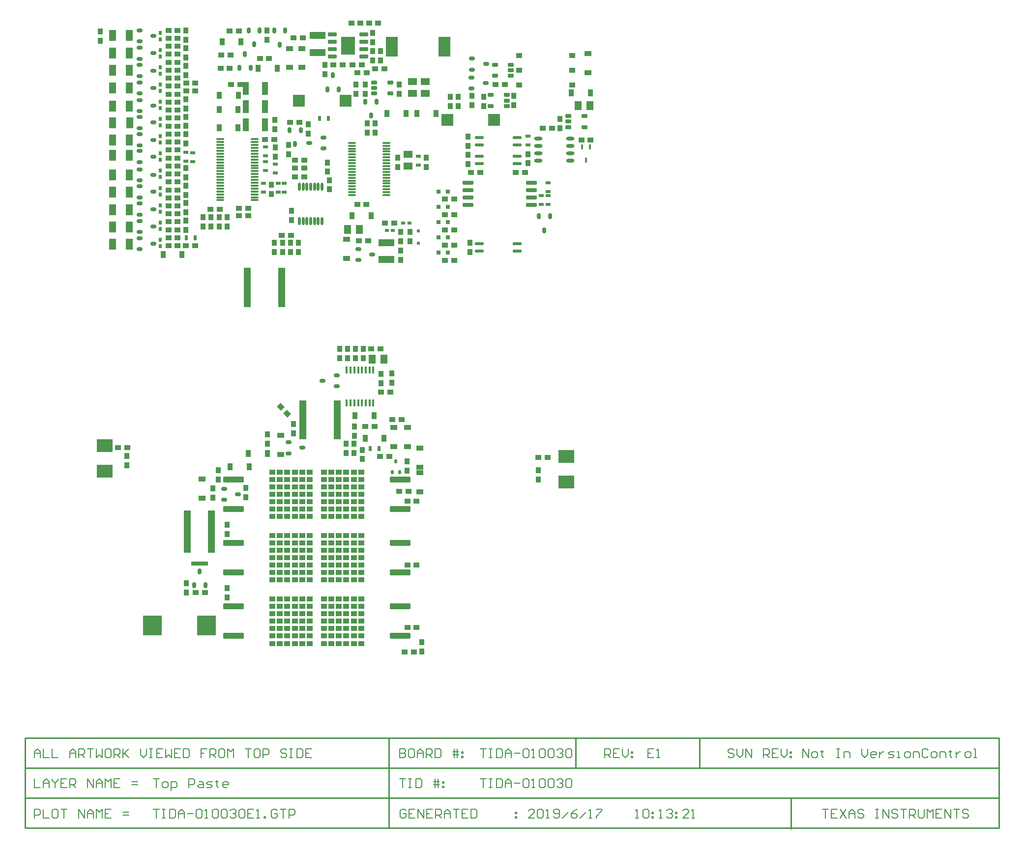
<source format=gtp>
G04 Layer_Color=9021481*
%FSAX25Y25*%
%MOIN*%
G70*
G01*
G75*
G04:AMPARAMS|DCode=10|XSize=15.75mil|YSize=33.47mil|CornerRadius=1.97mil|HoleSize=0mil|Usage=FLASHONLY|Rotation=0.000|XOffset=0mil|YOffset=0mil|HoleType=Round|Shape=RoundedRectangle|*
%AMROUNDEDRECTD10*
21,1,0.01575,0.02953,0,0,0.0*
21,1,0.01181,0.03347,0,0,0.0*
1,1,0.00394,0.00591,-0.01476*
1,1,0.00394,-0.00591,-0.01476*
1,1,0.00394,-0.00591,0.01476*
1,1,0.00394,0.00591,0.01476*
%
%ADD10ROUNDEDRECTD10*%
%ADD11R,0.03937X0.03740*%
%ADD12R,0.03740X0.03937*%
G04:AMPARAMS|DCode=13|XSize=23.62mil|YSize=39.37mil|CornerRadius=5.91mil|HoleSize=0mil|Usage=FLASHONLY|Rotation=0.000|XOffset=0mil|YOffset=0mil|HoleType=Round|Shape=RoundedRectangle|*
%AMROUNDEDRECTD13*
21,1,0.02362,0.02756,0,0,0.0*
21,1,0.01181,0.03937,0,0,0.0*
1,1,0.01181,0.00591,-0.01378*
1,1,0.01181,-0.00591,-0.01378*
1,1,0.01181,-0.00591,0.01378*
1,1,0.01181,0.00591,0.01378*
%
%ADD13ROUNDEDRECTD13*%
G04:AMPARAMS|DCode=14|XSize=23.62mil|YSize=39.37mil|CornerRadius=5.91mil|HoleSize=0mil|Usage=FLASHONLY|Rotation=90.000|XOffset=0mil|YOffset=0mil|HoleType=Round|Shape=RoundedRectangle|*
%AMROUNDEDRECTD14*
21,1,0.02362,0.02756,0,0,90.0*
21,1,0.01181,0.03937,0,0,90.0*
1,1,0.01181,0.01378,0.00591*
1,1,0.01181,0.01378,-0.00591*
1,1,0.01181,-0.01378,-0.00591*
1,1,0.01181,-0.01378,0.00591*
%
%ADD14ROUNDEDRECTD14*%
G04:AMPARAMS|DCode=16|XSize=23.62mil|YSize=57.09mil|CornerRadius=2.01mil|HoleSize=0mil|Usage=FLASHONLY|Rotation=90.000|XOffset=0mil|YOffset=0mil|HoleType=Round|Shape=RoundedRectangle|*
%AMROUNDEDRECTD16*
21,1,0.02362,0.05307,0,0,90.0*
21,1,0.01961,0.05709,0,0,90.0*
1,1,0.00402,0.02653,0.00980*
1,1,0.00402,0.02653,-0.00980*
1,1,0.00402,-0.02653,-0.00980*
1,1,0.00402,-0.02653,0.00980*
%
%ADD16ROUNDEDRECTD16*%
%ADD18O,0.01575X0.04724*%
%ADD19O,0.05709X0.02362*%
G04:AMPARAMS|DCode=20|XSize=23.62mil|YSize=39.37mil|CornerRadius=2.01mil|HoleSize=0mil|Usage=FLASHONLY|Rotation=90.000|XOffset=0mil|YOffset=0mil|HoleType=Round|Shape=RoundedRectangle|*
%AMROUNDEDRECTD20*
21,1,0.02362,0.03535,0,0,90.0*
21,1,0.01961,0.03937,0,0,90.0*
1,1,0.00402,0.01768,0.00980*
1,1,0.00402,0.01768,-0.00980*
1,1,0.00402,-0.01768,-0.00980*
1,1,0.00402,-0.01768,0.00980*
%
%ADD20ROUNDEDRECTD20*%
%ADD21O,0.06299X0.02165*%
%ADD22O,0.01772X0.05512*%
%ADD23O,0.05512X0.01181*%
%ADD24R,0.04409X0.03780*%
%ADD25R,0.07874X0.07874*%
%ADD26R,0.05118X0.13386*%
%ADD27R,0.02000X0.03500*%
%ADD28R,0.03500X0.02000*%
%ADD29R,0.05118X0.07283*%
G04:AMPARAMS|DCode=31|XSize=39.37mil|YSize=137.8mil|CornerRadius=1.97mil|HoleSize=0mil|Usage=FLASHONLY|Rotation=270.000|XOffset=0mil|YOffset=0mil|HoleType=Round|Shape=RoundedRectangle|*
%AMROUNDEDRECTD31*
21,1,0.03937,0.13386,0,0,270.0*
21,1,0.03543,0.13780,0,0,270.0*
1,1,0.00394,-0.06693,-0.01772*
1,1,0.00394,-0.06693,0.01772*
1,1,0.00394,0.06693,0.01772*
1,1,0.00394,0.06693,-0.01772*
%
%ADD31ROUNDEDRECTD31*%
G04:AMPARAMS|DCode=32|XSize=18.5mil|YSize=23.62mil|CornerRadius=1.94mil|HoleSize=0mil|Usage=FLASHONLY|Rotation=0.000|XOffset=0mil|YOffset=0mil|HoleType=Round|Shape=RoundedRectangle|*
%AMROUNDEDRECTD32*
21,1,0.01850,0.01974,0,0,0.0*
21,1,0.01462,0.02362,0,0,0.0*
1,1,0.00389,0.00731,-0.00987*
1,1,0.00389,-0.00731,-0.00987*
1,1,0.00389,-0.00731,0.00987*
1,1,0.00389,0.00731,0.00987*
%
%ADD32ROUNDEDRECTD32*%
%ADD33R,0.07874X0.13780*%
%ADD34R,0.12795X0.13504*%
%ADD35R,0.04724X0.29134*%
%ADD36R,0.11811X0.02953*%
%ADD37R,0.10799X0.08500*%
%ADD38R,0.03602X0.04803*%
%ADD39R,0.04803X0.03602*%
%ADD41R,0.06300X0.05000*%
%ADD42R,0.05000X0.06300*%
G04:AMPARAMS|DCode=43|XSize=23.62mil|YSize=70.87mil|CornerRadius=2.01mil|HoleSize=0mil|Usage=FLASHONLY|Rotation=90.000|XOffset=0mil|YOffset=0mil|HoleType=Round|Shape=RoundedRectangle|*
%AMROUNDEDRECTD43*
21,1,0.02362,0.06685,0,0,90.0*
21,1,0.01961,0.07087,0,0,90.0*
1,1,0.00402,0.03342,0.00980*
1,1,0.00402,0.03342,-0.00980*
1,1,0.00402,-0.03342,-0.00980*
1,1,0.00402,-0.03342,0.00980*
%
%ADD43ROUNDEDRECTD43*%
%ADD44R,0.10630X0.05118*%
%ADD45R,0.04331X0.08661*%
%ADD46R,0.03150X0.03150*%
G04:AMPARAMS|DCode=48|XSize=37.4mil|YSize=39.37mil|CornerRadius=0mil|HoleSize=0mil|Usage=FLASHONLY|Rotation=45.000|XOffset=0mil|YOffset=0mil|HoleType=Round|Shape=Rectangle|*
%AMROTATEDRECTD48*
4,1,4,0.00070,-0.02714,-0.02714,0.00070,-0.00070,0.02714,0.02714,-0.00070,0.00070,-0.02714,0.0*
%
%ADD48ROTATEDRECTD48*%

%ADD49C,0.01000*%
%ADD63C,0.00800*%
G04:AMPARAMS|DCode=97|XSize=94.49mil|YSize=122.05mil|CornerRadius=1.89mil|HoleSize=0mil|Usage=FLASHONLY|Rotation=0.000|XOffset=0mil|YOffset=0mil|HoleType=Round|Shape=RoundedRectangle|*
%AMROUNDEDRECTD97*
21,1,0.09449,0.11827,0,0,0.0*
21,1,0.09071,0.12205,0,0,0.0*
1,1,0.00378,0.04535,-0.05913*
1,1,0.00378,-0.04535,-0.05913*
1,1,0.00378,-0.04535,0.05913*
1,1,0.00378,0.04535,0.05913*
%
%ADD97ROUNDEDRECTD97*%
%ADD98R,0.04252X0.03780*%
%ADD99R,0.01968X0.02756*%
%ADD100R,0.02756X0.01968*%
%ADD101R,0.01968X0.01968*%
G54D10*
X0422859Y0502029D02*
D03*
X0417741D02*
D03*
X0420300Y0493171D02*
D03*
G54D11*
X0273150Y0586300D02*
D03*
X0279450D02*
D03*
X0223050Y0493300D02*
D03*
X0229350D02*
D03*
X0271450Y0463200D02*
D03*
X0265150D02*
D03*
X0171850Y0459900D02*
D03*
X0165550D02*
D03*
X0137151Y0451335D02*
D03*
X0143450D02*
D03*
X0228250Y0576000D02*
D03*
X0221950D02*
D03*
X0185050Y0580700D02*
D03*
X0178750D02*
D03*
X0289050Y0317000D02*
D03*
X0295350D02*
D03*
X0300050Y0268400D02*
D03*
X0293750D02*
D03*
X0280650Y0292100D02*
D03*
X0286950D02*
D03*
X0276850Y0312600D02*
D03*
X0270550D02*
D03*
X0281450Y0335800D02*
D03*
X0287750D02*
D03*
X0274750Y0365100D02*
D03*
X0281050D02*
D03*
X0423450Y0506700D02*
D03*
X0417150D02*
D03*
X0330950Y0466700D02*
D03*
X0324650D02*
D03*
X0330950Y0456325D02*
D03*
X0324650D02*
D03*
X0330950Y0445950D02*
D03*
X0324650D02*
D03*
X0330950Y0435575D02*
D03*
X0324650D02*
D03*
X0330950Y0425200D02*
D03*
X0324650D02*
D03*
X0223050Y0487800D02*
D03*
X0229350D02*
D03*
X0219750Y0518900D02*
D03*
X0226050D02*
D03*
X0290250Y0450400D02*
D03*
X0283950D02*
D03*
X0266352Y0438500D02*
D03*
X0272651D02*
D03*
X0208850Y0507000D02*
D03*
X0202550D02*
D03*
X0179550Y0544400D02*
D03*
X0185850D02*
D03*
X0191350Y0455400D02*
D03*
X0185050D02*
D03*
X0137151Y0581290D02*
D03*
X0143450D02*
D03*
X0137151Y0570461D02*
D03*
X0143450D02*
D03*
X0137151Y0559631D02*
D03*
X0143450D02*
D03*
X0137151Y0548802D02*
D03*
X0143450D02*
D03*
X0137151Y0575876D02*
D03*
X0143450D02*
D03*
X0137151Y0565046D02*
D03*
X0143450D02*
D03*
X0137151Y0554216D02*
D03*
X0143450D02*
D03*
X0137151Y0543387D02*
D03*
X0143450D02*
D03*
X0199150Y0562100D02*
D03*
X0205450D02*
D03*
X0172981Y0564342D02*
D03*
X0179280D02*
D03*
X0172481Y0555642D02*
D03*
X0178780D02*
D03*
X0137151Y0532557D02*
D03*
X0143450D02*
D03*
X0137151Y0521728D02*
D03*
X0143450D02*
D03*
X0137151Y0510898D02*
D03*
X0143450D02*
D03*
X0137151Y0500068D02*
D03*
X0143450D02*
D03*
X0137151Y0537972D02*
D03*
X0143450D02*
D03*
X0137151Y0527142D02*
D03*
X0143450D02*
D03*
X0137151Y0516313D02*
D03*
X0143450D02*
D03*
X0137151Y0505483D02*
D03*
X0143450D02*
D03*
X0137151Y0494654D02*
D03*
X0143450D02*
D03*
X0137151Y0483824D02*
D03*
X0143450D02*
D03*
X0137151Y0472994D02*
D03*
X0143450D02*
D03*
X0137151Y0462165D02*
D03*
X0143450D02*
D03*
X0137151Y0440506D02*
D03*
X0143450D02*
D03*
X0137151Y0489239D02*
D03*
X0143450D02*
D03*
X0137151Y0478409D02*
D03*
X0143450D02*
D03*
X0137151Y0467580D02*
D03*
X0143450D02*
D03*
X0137151Y0456750D02*
D03*
X0143450D02*
D03*
X0137151Y0445920D02*
D03*
X0143450D02*
D03*
X0137151Y0435091D02*
D03*
X0143450D02*
D03*
X0394250Y0291500D02*
D03*
X0387950D02*
D03*
X0303550Y0159600D02*
D03*
X0297250D02*
D03*
X0261150Y0586300D02*
D03*
X0267450D02*
D03*
X0220399Y0442000D02*
D03*
X0214100D02*
D03*
X0378950Y0484700D02*
D03*
X0372650D02*
D03*
X0365350Y0544600D02*
D03*
X0359050D02*
D03*
X0397150Y0514800D02*
D03*
X0390850D02*
D03*
X0342350Y0484700D02*
D03*
X0348650D02*
D03*
X0229350Y0481800D02*
D03*
X0223050D02*
D03*
X0185050Y0460500D02*
D03*
X0191350D02*
D03*
X0149150Y0545500D02*
D03*
X0155450D02*
D03*
X0149150Y0540100D02*
D03*
X0155450D02*
D03*
X0149050Y0435000D02*
D03*
X0155350D02*
D03*
X0283550Y0555300D02*
D03*
X0277250D02*
D03*
X0161950Y0199700D02*
D03*
X0155650D02*
D03*
X0305450Y0176000D02*
D03*
X0299150D02*
D03*
X0305450Y0218600D02*
D03*
X0299150D02*
D03*
X0305450Y0261900D02*
D03*
X0299150D02*
D03*
X0102850Y0298300D02*
D03*
X0109150D02*
D03*
X0255150Y0557900D02*
D03*
X0248850D02*
D03*
X0271550Y0552400D02*
D03*
X0265250D02*
D03*
X0268250Y0557900D02*
D03*
X0261950D02*
D03*
G54D12*
X0218700Y0503550D02*
D03*
Y0497250D02*
D03*
X0275700Y0573050D02*
D03*
Y0579350D02*
D03*
X0264400Y0538150D02*
D03*
Y0544450D02*
D03*
X0176900Y0448050D02*
D03*
Y0454350D02*
D03*
X0160507Y0448050D02*
D03*
Y0454350D02*
D03*
X0171500Y0448050D02*
D03*
Y0454350D02*
D03*
X0166000Y0454350D02*
D03*
Y0448050D02*
D03*
X0204000Y0574850D02*
D03*
Y0581150D02*
D03*
X0243300Y0557750D02*
D03*
Y0551450D02*
D03*
X0225433Y0430850D02*
D03*
Y0437150D02*
D03*
X0209133Y0430850D02*
D03*
Y0437150D02*
D03*
X0268800Y0296650D02*
D03*
Y0290350D02*
D03*
X0299100Y0282450D02*
D03*
Y0288750D02*
D03*
X0263100Y0300850D02*
D03*
Y0294550D02*
D03*
X0263200Y0312550D02*
D03*
Y0306250D02*
D03*
X0167200Y0270550D02*
D03*
Y0264250D02*
D03*
X0288700Y0348350D02*
D03*
Y0342050D02*
D03*
X0189800Y0270850D02*
D03*
Y0264550D02*
D03*
X0204300Y0307250D02*
D03*
Y0300950D02*
D03*
X0269190Y0365094D02*
D03*
Y0358795D02*
D03*
X0263840Y0365094D02*
D03*
Y0358795D02*
D03*
X0258490Y0365094D02*
D03*
Y0358795D02*
D03*
X0253140Y0365094D02*
D03*
Y0358795D02*
D03*
X0380900Y0491000D02*
D03*
Y0497300D02*
D03*
X0340200Y0502800D02*
D03*
Y0509100D02*
D03*
X0340193Y0496700D02*
D03*
Y0490400D02*
D03*
X0333800Y0529750D02*
D03*
Y0536050D02*
D03*
X0328200Y0529750D02*
D03*
Y0536050D02*
D03*
X0277416Y0518009D02*
D03*
Y0511709D02*
D03*
X0271916Y0518009D02*
D03*
Y0511709D02*
D03*
X0311900Y0488650D02*
D03*
Y0494950D02*
D03*
X0246400Y0479650D02*
D03*
Y0473350D02*
D03*
X0244900Y0485350D02*
D03*
Y0491650D02*
D03*
X0231940Y0517453D02*
D03*
Y0511154D02*
D03*
X0209200Y0514150D02*
D03*
Y0520450D02*
D03*
X0294800Y0425450D02*
D03*
Y0431750D02*
D03*
X0294600Y0444450D02*
D03*
Y0438150D02*
D03*
X0300900Y0438250D02*
D03*
Y0444550D02*
D03*
X0091100Y0574250D02*
D03*
Y0580550D02*
D03*
X0388000Y0282950D02*
D03*
Y0276650D02*
D03*
X0309100Y0166050D02*
D03*
Y0159750D02*
D03*
X0220000Y0430850D02*
D03*
Y0437150D02*
D03*
X0214560Y0437150D02*
D03*
Y0430850D02*
D03*
X0257600Y0294550D02*
D03*
Y0300850D02*
D03*
X0281190Y0348271D02*
D03*
Y0341971D02*
D03*
X0220600Y0458950D02*
D03*
Y0452650D02*
D03*
X0270777Y0538114D02*
D03*
Y0544413D02*
D03*
X0292700Y0494795D02*
D03*
Y0488495D02*
D03*
X0293600Y0538114D02*
D03*
Y0544413D02*
D03*
X0206900Y0476450D02*
D03*
Y0470150D02*
D03*
X0209600Y0501750D02*
D03*
Y0495450D02*
D03*
X0149100Y0581250D02*
D03*
Y0574950D02*
D03*
Y0569250D02*
D03*
Y0562950D02*
D03*
X0149000Y0557250D02*
D03*
Y0550950D02*
D03*
Y0534550D02*
D03*
Y0528250D02*
D03*
Y0522650D02*
D03*
Y0516350D02*
D03*
Y0510750D02*
D03*
Y0504450D02*
D03*
Y0487950D02*
D03*
Y0481650D02*
D03*
Y0475950D02*
D03*
Y0469650D02*
D03*
Y0464050D02*
D03*
Y0457750D02*
D03*
Y0452250D02*
D03*
Y0445950D02*
D03*
X0351100Y0529750D02*
D03*
Y0536050D02*
D03*
X0371300Y0530450D02*
D03*
Y0536750D02*
D03*
X0402800Y0521250D02*
D03*
Y0514950D02*
D03*
X0343100Y0530450D02*
D03*
Y0536750D02*
D03*
X0341700Y0437050D02*
D03*
Y0430750D02*
D03*
X0275700Y0567200D02*
D03*
Y0560901D02*
D03*
X0149400Y0206150D02*
D03*
Y0199850D02*
D03*
X0281100Y0560901D02*
D03*
Y0567200D02*
D03*
X0177100Y0239550D02*
D03*
Y0245850D02*
D03*
X0170900Y0276650D02*
D03*
Y0282950D02*
D03*
X0177100Y0196550D02*
D03*
Y0202850D02*
D03*
X0109100Y0292550D02*
D03*
Y0286250D02*
D03*
X0221900Y0314150D02*
D03*
Y0307850D02*
D03*
G54D13*
X0274500Y0523376D02*
D03*
X0270760Y0532824D02*
D03*
X0278240D02*
D03*
X0392100Y0445576D02*
D03*
X0388360Y0455024D02*
D03*
X0395840D02*
D03*
X0212600Y0571576D02*
D03*
X0208860Y0581024D02*
D03*
X0216340D02*
D03*
X0195300Y0571676D02*
D03*
X0191560Y0581124D02*
D03*
X0199040D02*
D03*
X0158400Y0214324D02*
D03*
X0162140Y0204876D02*
D03*
X0154660D02*
D03*
X0223100Y0504076D02*
D03*
X0219360Y0513524D02*
D03*
X0226840D02*
D03*
X0189131Y0565267D02*
D03*
X0192871Y0555818D02*
D03*
X0185390D02*
D03*
X0245060Y0541276D02*
D03*
X0252540D02*
D03*
X0248800Y0550724D02*
D03*
G54D14*
X0127049Y0448215D02*
D03*
X0117600Y0444475D02*
D03*
Y0451955D02*
D03*
X0227924Y0298000D02*
D03*
X0218476Y0294260D02*
D03*
Y0301740D02*
D03*
X0184424Y0266500D02*
D03*
X0174976Y0262760D02*
D03*
Y0270240D02*
D03*
X0352224Y0545500D02*
D03*
X0342776Y0541760D02*
D03*
Y0549240D02*
D03*
X0232776Y0504900D02*
D03*
X0242224Y0508640D02*
D03*
Y0501160D02*
D03*
X0275326Y0429100D02*
D03*
X0265877Y0425360D02*
D03*
Y0432840D02*
D03*
X0127049Y0577440D02*
D03*
X0117600Y0573700D02*
D03*
Y0581180D02*
D03*
X0127049Y0565692D02*
D03*
X0117600Y0561952D02*
D03*
Y0569432D02*
D03*
X0127049Y0553945D02*
D03*
X0117600Y0550205D02*
D03*
Y0557685D02*
D03*
X0127049Y0542197D02*
D03*
X0117600Y0538457D02*
D03*
Y0545937D02*
D03*
X0127024Y0530100D02*
D03*
X0117576Y0526360D02*
D03*
Y0533840D02*
D03*
X0127049Y0518701D02*
D03*
X0117600Y0514961D02*
D03*
Y0522441D02*
D03*
X0127049Y0506954D02*
D03*
X0117600Y0503213D02*
D03*
Y0510694D02*
D03*
X0127024Y0495600D02*
D03*
X0117576Y0491860D02*
D03*
Y0499340D02*
D03*
X0127024Y0483100D02*
D03*
X0117576Y0479360D02*
D03*
Y0486840D02*
D03*
X0127049Y0471710D02*
D03*
X0117600Y0467970D02*
D03*
Y0475451D02*
D03*
X0127049Y0459963D02*
D03*
X0117600Y0456222D02*
D03*
Y0463703D02*
D03*
X0127049Y0436467D02*
D03*
X0117600Y0432727D02*
D03*
Y0440207D02*
D03*
X0352524Y0558400D02*
D03*
X0343076Y0554660D02*
D03*
Y0562140D02*
D03*
X0241776Y0343500D02*
D03*
X0251224Y0347240D02*
D03*
Y0339760D02*
D03*
G54D16*
X0269628Y0563400D02*
D03*
Y0568400D02*
D03*
Y0573400D02*
D03*
Y0578400D02*
D03*
X0248172Y0563400D02*
D03*
Y0568400D02*
D03*
Y0573400D02*
D03*
Y0578400D02*
D03*
G54D18*
X0258133Y0328500D02*
D03*
X0260692D02*
D03*
X0263251D02*
D03*
X0265810D02*
D03*
X0268369D02*
D03*
X0270928D02*
D03*
X0273487D02*
D03*
X0276046D02*
D03*
X0258133Y0350941D02*
D03*
X0260692D02*
D03*
X0263251D02*
D03*
X0265810D02*
D03*
X0268369D02*
D03*
X0270928D02*
D03*
X0273487D02*
D03*
X0276046D02*
D03*
G54D19*
X0388072Y0507900D02*
D03*
Y0502900D02*
D03*
Y0497900D02*
D03*
Y0492900D02*
D03*
X0409528Y0507900D02*
D03*
Y0502900D02*
D03*
Y0497900D02*
D03*
Y0492900D02*
D03*
G54D20*
X0408387Y0523140D02*
D03*
Y0519400D02*
D03*
Y0515660D02*
D03*
X0419213D02*
D03*
Y0523140D02*
D03*
X0369345Y0550460D02*
D03*
Y0554200D02*
D03*
Y0557940D02*
D03*
X0358518D02*
D03*
Y0550460D02*
D03*
X0287627Y0545840D02*
D03*
Y0538360D02*
D03*
X0276800D02*
D03*
Y0542100D02*
D03*
Y0545840D02*
D03*
X0366613Y0529860D02*
D03*
Y0533600D02*
D03*
Y0537340D02*
D03*
X0355787D02*
D03*
Y0529860D02*
D03*
G54D21*
X0373495Y0503550D02*
D03*
Y0508550D02*
D03*
X0347905Y0503550D02*
D03*
Y0508550D02*
D03*
Y0495800D02*
D03*
Y0490800D02*
D03*
X0373495Y0495800D02*
D03*
Y0490800D02*
D03*
X0347905Y0436400D02*
D03*
Y0431400D02*
D03*
X0373495Y0436400D02*
D03*
Y0431400D02*
D03*
G54D22*
X0241317Y0475217D02*
D03*
X0238758D02*
D03*
X0236199D02*
D03*
X0233640D02*
D03*
X0231081D02*
D03*
X0228522D02*
D03*
X0225963D02*
D03*
X0241317Y0451989D02*
D03*
X0238758D02*
D03*
X0236199D02*
D03*
X0233640D02*
D03*
X0231081D02*
D03*
X0228522D02*
D03*
X0225963D02*
D03*
G54D23*
X0285014Y0469484D02*
D03*
Y0471452D02*
D03*
Y0473420D02*
D03*
Y0475389D02*
D03*
Y0477357D02*
D03*
Y0479326D02*
D03*
Y0481294D02*
D03*
Y0483263D02*
D03*
Y0485231D02*
D03*
Y0487200D02*
D03*
Y0489169D02*
D03*
Y0491137D02*
D03*
Y0493106D02*
D03*
Y0495074D02*
D03*
Y0497043D02*
D03*
Y0499011D02*
D03*
Y0500980D02*
D03*
Y0502948D02*
D03*
Y0504916D02*
D03*
X0261786Y0469484D02*
D03*
Y0471452D02*
D03*
Y0473420D02*
D03*
Y0475389D02*
D03*
Y0477357D02*
D03*
Y0479326D02*
D03*
Y0481294D02*
D03*
Y0483263D02*
D03*
Y0485231D02*
D03*
Y0487200D02*
D03*
Y0489169D02*
D03*
Y0491137D02*
D03*
Y0493106D02*
D03*
Y0495074D02*
D03*
Y0497043D02*
D03*
Y0499011D02*
D03*
Y0500980D02*
D03*
Y0502948D02*
D03*
Y0504916D02*
D03*
X0172369Y0507356D02*
D03*
Y0505388D02*
D03*
Y0503419D02*
D03*
Y0501451D02*
D03*
Y0499482D02*
D03*
Y0497514D02*
D03*
Y0495545D02*
D03*
Y0493577D02*
D03*
Y0491608D02*
D03*
Y0489640D02*
D03*
Y0487671D02*
D03*
Y0485703D02*
D03*
Y0483734D02*
D03*
Y0481766D02*
D03*
Y0479797D02*
D03*
Y0477829D02*
D03*
Y0475860D02*
D03*
Y0473892D02*
D03*
Y0471923D02*
D03*
Y0469955D02*
D03*
Y0467986D02*
D03*
Y0466018D02*
D03*
X0195598Y0507356D02*
D03*
Y0505388D02*
D03*
Y0503419D02*
D03*
Y0501451D02*
D03*
Y0499482D02*
D03*
Y0497514D02*
D03*
Y0495545D02*
D03*
Y0493577D02*
D03*
Y0491608D02*
D03*
Y0489640D02*
D03*
Y0487671D02*
D03*
Y0485703D02*
D03*
Y0483734D02*
D03*
Y0481766D02*
D03*
Y0479797D02*
D03*
Y0477829D02*
D03*
Y0475860D02*
D03*
Y0473892D02*
D03*
Y0471923D02*
D03*
Y0469955D02*
D03*
Y0467986D02*
D03*
Y0466018D02*
D03*
G54D24*
X0375039Y0564100D02*
D03*
Y0554100D02*
D03*
Y0544100D02*
D03*
X0411024D02*
D03*
Y0554100D02*
D03*
Y0564100D02*
D03*
G54D25*
X0225652Y0533400D02*
D03*
X0257148D02*
D03*
X0326352Y0520400D02*
D03*
X0357848D02*
D03*
G54D26*
X0251614Y0323600D02*
D03*
X0228386D02*
D03*
X0251614Y0310400D02*
D03*
X0228386D02*
D03*
X0190786Y0413500D02*
D03*
X0214014D02*
D03*
X0190786Y0400100D02*
D03*
X0214014D02*
D03*
G54D27*
X0274000Y0297500D02*
D03*
X0280000D02*
D03*
X0155200Y0440400D02*
D03*
X0149200D02*
D03*
X0239600Y0521400D02*
D03*
X0245600D02*
D03*
G54D28*
X0394800Y0471700D02*
D03*
Y0477700D02*
D03*
Y0463100D02*
D03*
Y0469100D02*
D03*
X0380900Y0509350D02*
D03*
Y0503350D02*
D03*
X0390000Y0469200D02*
D03*
Y0463200D02*
D03*
X0209600Y0484400D02*
D03*
Y0490400D02*
D03*
X0203000Y0492000D02*
D03*
Y0486000D02*
D03*
X0202900Y0502200D02*
D03*
Y0496200D02*
D03*
X0201700Y0477500D02*
D03*
Y0471500D02*
D03*
X0215700D02*
D03*
Y0477500D02*
D03*
X0153600Y0492000D02*
D03*
Y0498000D02*
D03*
X0149000Y0492500D02*
D03*
Y0498500D02*
D03*
X0211500Y0471500D02*
D03*
Y0477500D02*
D03*
X0306500Y0495900D02*
D03*
Y0489900D02*
D03*
G54D29*
X0099382Y0577700D02*
D03*
X0110800D02*
D03*
X0099382Y0565892D02*
D03*
X0110800D02*
D03*
X0099382Y0554083D02*
D03*
X0110800D02*
D03*
X0099382Y0542275D02*
D03*
X0110800D02*
D03*
X0099291Y0529700D02*
D03*
X0110709D02*
D03*
X0099391Y0518400D02*
D03*
X0110809D02*
D03*
X0099382Y0506850D02*
D03*
X0110800D02*
D03*
X0099382Y0496342D02*
D03*
X0110800D02*
D03*
X0099382Y0483233D02*
D03*
X0110800D02*
D03*
X0099382Y0471425D02*
D03*
X0110800D02*
D03*
X0099382Y0459617D02*
D03*
X0110800D02*
D03*
X0099382Y0447808D02*
D03*
X0110800D02*
D03*
X0099382Y0436000D02*
D03*
X0110800D02*
D03*
G54D31*
X0294234Y0276521D02*
D03*
Y0256521D02*
D03*
Y0233471D02*
D03*
Y0213471D02*
D03*
Y0190421D02*
D03*
Y0170421D02*
D03*
X0181309Y0256521D02*
D03*
Y0276521D02*
D03*
Y0213471D02*
D03*
Y0233471D02*
D03*
Y0170421D02*
D03*
Y0190421D02*
D03*
G54D32*
X0291400Y0288940D02*
D03*
X0293959Y0281460D02*
D03*
X0288841D02*
D03*
G54D33*
X0288784Y0570100D02*
D03*
X0324217D02*
D03*
G54D34*
X0126295Y0177600D02*
D03*
X0163105D02*
D03*
G54D35*
X0150129Y0241300D02*
D03*
X0166271D02*
D03*
G54D36*
X0158200Y0219351D02*
D03*
G54D37*
X0407000Y0274699D02*
D03*
Y0292101D02*
D03*
X0094100Y0299601D02*
D03*
Y0282199D02*
D03*
G54D38*
X0173553Y0573600D02*
D03*
X0186447D02*
D03*
X0270553Y0304600D02*
D03*
X0283447D02*
D03*
X0276647Y0319800D02*
D03*
X0263753D02*
D03*
X0261653Y0455659D02*
D03*
X0274547D02*
D03*
X0178953Y0285000D02*
D03*
X0191847D02*
D03*
X0191453Y0294300D02*
D03*
X0204347D02*
D03*
X0423147Y0538700D02*
D03*
X0410253D02*
D03*
X0298247Y0524700D02*
D03*
X0285353D02*
D03*
X0305653D02*
D03*
X0318547D02*
D03*
X0184447Y0515100D02*
D03*
X0171553D02*
D03*
X0184447Y0527500D02*
D03*
X0171553D02*
D03*
X0184647Y0537100D02*
D03*
X0171753D02*
D03*
X0210847Y0555600D02*
D03*
X0197953D02*
D03*
X0146447Y0429300D02*
D03*
X0133553D02*
D03*
G54D39*
X0307600Y0297747D02*
D03*
Y0284853D02*
D03*
X0299200Y0298854D02*
D03*
Y0311748D02*
D03*
X0307600Y0268153D02*
D03*
Y0281047D02*
D03*
X0290000Y0298853D02*
D03*
Y0311747D02*
D03*
X0160100Y0276747D02*
D03*
Y0263853D02*
D03*
X0421800Y0552653D02*
D03*
Y0565547D02*
D03*
X0258102Y0426653D02*
D03*
Y0439547D02*
D03*
X0213400Y0293553D02*
D03*
Y0306447D02*
D03*
X0227700Y0556053D02*
D03*
Y0568947D02*
D03*
X0219400Y0556053D02*
D03*
Y0568947D02*
D03*
G54D41*
X0311400Y0546400D02*
D03*
Y0538400D02*
D03*
X0302700Y0546400D02*
D03*
Y0538400D02*
D03*
X0299600Y0489045D02*
D03*
Y0497045D02*
D03*
G54D42*
X0275290Y0358121D02*
D03*
X0283290D02*
D03*
X0415100Y0530000D02*
D03*
X0423100D02*
D03*
X0266500Y0446200D02*
D03*
X0258500D02*
D03*
G54D43*
X0383257Y0462900D02*
D03*
Y0467900D02*
D03*
Y0472900D02*
D03*
Y0477900D02*
D03*
X0340343Y0462900D02*
D03*
Y0467900D02*
D03*
Y0472900D02*
D03*
Y0477900D02*
D03*
G54D44*
X0238300Y0566291D02*
D03*
Y0577709D02*
D03*
X0285102Y0437209D02*
D03*
Y0425791D02*
D03*
G54D45*
X0189704Y0541700D02*
D03*
X0202696D02*
D03*
X0189704Y0517100D02*
D03*
X0202696D02*
D03*
X0189704Y0529400D02*
D03*
X0202696D02*
D03*
G54D46*
X0326650Y0430500D02*
D03*
X0320350D02*
D03*
X0326650Y0440850D02*
D03*
X0320350D02*
D03*
X0326650Y0451200D02*
D03*
X0320350D02*
D03*
X0326650Y0461550D02*
D03*
X0320350D02*
D03*
X0326650Y0471900D02*
D03*
X0320350D02*
D03*
G54D48*
X0217727Y0321273D02*
D03*
X0213273Y0325727D02*
D03*
G54D49*
X0559400Y0039400D02*
Y0059683D01*
X0440500Y0040050D02*
X0700200D01*
Y0101050D01*
X0286500Y0040050D02*
Y0101050D01*
X0040000Y0040050D02*
Y0101050D01*
X0040050Y0040050D02*
X0197600D01*
X0040050D02*
Y0101050D01*
Y0101050D02*
X0700200D01*
X0040000Y0040050D02*
X0440500D01*
X0040000Y0060383D02*
X0700000D01*
X0040000Y0080717D02*
X0700200D01*
X0413200D02*
Y0101050D01*
X0497200Y0080717D02*
Y0101050D01*
G54D63*
X0126900Y0073549D02*
X0130899D01*
X0128899D01*
Y0067551D01*
X0133898D02*
X0135897D01*
X0136897Y0068550D01*
Y0070550D01*
X0135897Y0071549D01*
X0133898D01*
X0132898Y0070550D01*
Y0068550D01*
X0133898Y0067551D01*
X0138896Y0065551D02*
Y0071549D01*
X0141895D01*
X0142895Y0070550D01*
Y0068550D01*
X0141895Y0067551D01*
X0138896D01*
X0150892D02*
Y0073549D01*
X0153891D01*
X0154891Y0072549D01*
Y0070550D01*
X0153891Y0069550D01*
X0150892D01*
X0157890Y0071549D02*
X0159889D01*
X0160889Y0070550D01*
Y0067551D01*
X0157890D01*
X0156890Y0068550D01*
X0157890Y0069550D01*
X0160889D01*
X0162888Y0067551D02*
X0165887D01*
X0166887Y0068550D01*
X0165887Y0069550D01*
X0163888D01*
X0162888Y0070550D01*
X0163888Y0071549D01*
X0166887D01*
X0169886Y0072549D02*
Y0071549D01*
X0168886D01*
X0170886D01*
X0169886D01*
Y0068550D01*
X0170886Y0067551D01*
X0176884D02*
X0174884D01*
X0173885Y0068550D01*
Y0070550D01*
X0174884Y0071549D01*
X0176884D01*
X0177884Y0070550D01*
Y0069550D01*
X0173885D01*
X0348550Y0073498D02*
X0352549D01*
X0350549D01*
Y0067500D01*
X0354548Y0073498D02*
X0356547D01*
X0355548D01*
Y0067500D01*
X0354548D01*
X0356547D01*
X0359546Y0073498D02*
Y0067500D01*
X0362545D01*
X0363545Y0068500D01*
Y0072498D01*
X0362545Y0073498D01*
X0359546D01*
X0365545Y0067500D02*
Y0071499D01*
X0367544Y0073498D01*
X0369543Y0071499D01*
Y0067500D01*
Y0070499D01*
X0365545D01*
X0371543D02*
X0375541D01*
X0377541Y0072498D02*
X0378540Y0073498D01*
X0380540D01*
X0381539Y0072498D01*
Y0068500D01*
X0380540Y0067500D01*
X0378540D01*
X0377541Y0068500D01*
Y0072498D01*
X0383539Y0067500D02*
X0385538D01*
X0384538D01*
Y0073498D01*
X0383539Y0072498D01*
X0388537D02*
X0389537Y0073498D01*
X0391536D01*
X0392536Y0072498D01*
Y0068500D01*
X0391536Y0067500D01*
X0389537D01*
X0388537Y0068500D01*
Y0072498D01*
X0394535D02*
X0395535Y0073498D01*
X0397534D01*
X0398534Y0072498D01*
Y0068500D01*
X0397534Y0067500D01*
X0395535D01*
X0394535Y0068500D01*
Y0072498D01*
X0400533D02*
X0401533Y0073498D01*
X0403532D01*
X0404532Y0072498D01*
Y0071499D01*
X0403532Y0070499D01*
X0402532D01*
X0403532D01*
X0404532Y0069499D01*
Y0068500D01*
X0403532Y0067500D01*
X0401533D01*
X0400533Y0068500D01*
X0406531Y0072498D02*
X0407531Y0073498D01*
X0409530D01*
X0410530Y0072498D01*
Y0068500D01*
X0409530Y0067500D01*
X0407531D01*
X0406531Y0068500D01*
Y0072498D01*
X0294000Y0073498D02*
X0297999D01*
X0295999D01*
Y0067500D01*
X0299998Y0073498D02*
X0301997D01*
X0300998D01*
Y0067500D01*
X0299998D01*
X0301997D01*
X0304996Y0073498D02*
Y0067500D01*
X0307996D01*
X0308995Y0068500D01*
Y0072498D01*
X0307996Y0073498D01*
X0304996D01*
X0317992Y0067500D02*
Y0073498D01*
X0319992D02*
Y0067500D01*
X0316993Y0071499D02*
X0319992D01*
X0320991D01*
X0316993Y0069499D02*
X0320991D01*
X0322991Y0071499D02*
X0323990D01*
Y0070499D01*
X0322991D01*
Y0071499D01*
Y0068500D02*
X0323990D01*
Y0067500D01*
X0322991D01*
Y0068500D01*
X0580500Y0052965D02*
X0584499D01*
X0582499D01*
Y0046966D01*
X0590497Y0052965D02*
X0586498D01*
Y0046966D01*
X0590497D01*
X0586498Y0049966D02*
X0588497D01*
X0592496Y0052965D02*
X0596495Y0046966D01*
Y0052965D02*
X0592496Y0046966D01*
X0598494D02*
Y0050965D01*
X0600493Y0052965D01*
X0602493Y0050965D01*
Y0046966D01*
Y0049966D01*
X0598494D01*
X0608491Y0051965D02*
X0607491Y0052965D01*
X0605492D01*
X0604492Y0051965D01*
Y0050965D01*
X0605492Y0049966D01*
X0607491D01*
X0608491Y0048966D01*
Y0047966D01*
X0607491Y0046966D01*
X0605492D01*
X0604492Y0047966D01*
X0616488Y0052965D02*
X0618488D01*
X0617488D01*
Y0046966D01*
X0616488D01*
X0618488D01*
X0621487D02*
Y0052965D01*
X0625486Y0046966D01*
Y0052965D01*
X0631484Y0051965D02*
X0630484Y0052965D01*
X0628484D01*
X0627485Y0051965D01*
Y0050965D01*
X0628484Y0049966D01*
X0630484D01*
X0631484Y0048966D01*
Y0047966D01*
X0630484Y0046966D01*
X0628484D01*
X0627485Y0047966D01*
X0633483Y0052965D02*
X0637482D01*
X0635482D01*
Y0046966D01*
X0639481D02*
Y0052965D01*
X0642480D01*
X0643480Y0051965D01*
Y0049966D01*
X0642480Y0048966D01*
X0639481D01*
X0641480D02*
X0643480Y0046966D01*
X0645479Y0052965D02*
Y0047966D01*
X0646479Y0046966D01*
X0648478D01*
X0649478Y0047966D01*
Y0052965D01*
X0651477Y0046966D02*
Y0052965D01*
X0653476Y0050965D01*
X0655476Y0052965D01*
Y0046966D01*
X0661474Y0052965D02*
X0657475D01*
Y0046966D01*
X0661474D01*
X0657475Y0049966D02*
X0659474D01*
X0663473Y0046966D02*
Y0052965D01*
X0667472Y0046966D01*
Y0052965D01*
X0669471D02*
X0673470D01*
X0671471D01*
Y0046966D01*
X0679468Y0051965D02*
X0678468Y0052965D01*
X0676469D01*
X0675469Y0051965D01*
Y0050965D01*
X0676469Y0049966D01*
X0678468D01*
X0679468Y0048966D01*
Y0047966D01*
X0678468Y0046966D01*
X0676469D01*
X0675469Y0047966D01*
X0454050Y0046966D02*
X0456049D01*
X0455050D01*
Y0052965D01*
X0454050Y0051965D01*
X0459048D02*
X0460048Y0052965D01*
X0462047D01*
X0463047Y0051965D01*
Y0047966D01*
X0462047Y0046966D01*
X0460048D01*
X0459048Y0047966D01*
Y0051965D01*
X0465046Y0050965D02*
X0466046D01*
Y0049966D01*
X0465046D01*
Y0050965D01*
Y0047966D02*
X0466046D01*
Y0046966D01*
X0465046D01*
Y0047966D01*
X0470045Y0046966D02*
X0472044D01*
X0471044D01*
Y0052965D01*
X0470045Y0051965D01*
X0475043D02*
X0476043Y0052965D01*
X0478042D01*
X0479042Y0051965D01*
Y0050965D01*
X0478042Y0049966D01*
X0477043D01*
X0478042D01*
X0479042Y0048966D01*
Y0047966D01*
X0478042Y0046966D01*
X0476043D01*
X0475043Y0047966D01*
X0481041Y0050965D02*
X0482041D01*
Y0049966D01*
X0481041D01*
Y0050965D01*
Y0047966D02*
X0482041D01*
Y0046966D01*
X0481041D01*
Y0047966D01*
X0490038Y0046966D02*
X0486040D01*
X0490038Y0050965D01*
Y0051965D01*
X0489039Y0052965D01*
X0487039D01*
X0486040Y0051965D01*
X0492038Y0046966D02*
X0494037D01*
X0493037D01*
Y0052965D01*
X0492038Y0051965D01*
X0046350Y0046966D02*
Y0052965D01*
X0049349D01*
X0050349Y0051965D01*
Y0049966D01*
X0049349Y0048966D01*
X0046350D01*
X0052348Y0052965D02*
Y0046966D01*
X0056347D01*
X0061345Y0052965D02*
X0059346D01*
X0058346Y0051965D01*
Y0047966D01*
X0059346Y0046966D01*
X0061345D01*
X0062345Y0047966D01*
Y0051965D01*
X0061345Y0052965D01*
X0064344D02*
X0068343D01*
X0066343D01*
Y0046966D01*
X0076340D02*
Y0052965D01*
X0080339Y0046966D01*
Y0052965D01*
X0082338Y0046966D02*
Y0050965D01*
X0084338Y0052965D01*
X0086337Y0050965D01*
Y0046966D01*
Y0049966D01*
X0082338D01*
X0088336Y0046966D02*
Y0052965D01*
X0090336Y0050965D01*
X0092335Y0052965D01*
Y0046966D01*
X0098333Y0052965D02*
X0094335D01*
Y0046966D01*
X0098333D01*
X0094335Y0049966D02*
X0096334D01*
X0106331Y0048966D02*
X0110329D01*
X0106331Y0050965D02*
X0110329D01*
X0046350Y0073549D02*
Y0067551D01*
X0050349D01*
X0052348D02*
Y0071549D01*
X0054347Y0073549D01*
X0056347Y0071549D01*
Y0067551D01*
Y0070550D01*
X0052348D01*
X0058346Y0073549D02*
Y0072549D01*
X0060346Y0070550D01*
X0062345Y0072549D01*
Y0073549D01*
X0060346Y0070550D02*
Y0067551D01*
X0068343Y0073549D02*
X0064344D01*
Y0067551D01*
X0068343D01*
X0064344Y0070550D02*
X0066343D01*
X0070342Y0067551D02*
Y0073549D01*
X0073341D01*
X0074341Y0072549D01*
Y0070550D01*
X0073341Y0069550D01*
X0070342D01*
X0072342D02*
X0074341Y0067551D01*
X0082338D02*
Y0073549D01*
X0086337Y0067551D01*
Y0073549D01*
X0088336Y0067551D02*
Y0071549D01*
X0090336Y0073549D01*
X0092335Y0071549D01*
Y0067551D01*
Y0070550D01*
X0088336D01*
X0094335Y0067551D02*
Y0073549D01*
X0096334Y0071549D01*
X0098333Y0073549D01*
Y0067551D01*
X0104331Y0073549D02*
X0100332D01*
Y0067551D01*
X0104331D01*
X0100332Y0070550D02*
X0102332D01*
X0112329Y0069550D02*
X0116327D01*
X0112329Y0071549D02*
X0116327D01*
X0294000Y0093831D02*
Y0087833D01*
X0296999D01*
X0297999Y0088833D01*
Y0089833D01*
X0296999Y0090832D01*
X0294000D01*
X0296999D01*
X0297999Y0091832D01*
Y0092832D01*
X0296999Y0093831D01*
X0294000D01*
X0302997D02*
X0300998D01*
X0299998Y0092832D01*
Y0088833D01*
X0300998Y0087833D01*
X0302997D01*
X0303997Y0088833D01*
Y0092832D01*
X0302997Y0093831D01*
X0305996Y0087833D02*
Y0091832D01*
X0307996Y0093831D01*
X0309995Y0091832D01*
Y0087833D01*
Y0090832D01*
X0305996D01*
X0311994Y0087833D02*
Y0093831D01*
X0314993D01*
X0315993Y0092832D01*
Y0090832D01*
X0314993Y0089833D01*
X0311994D01*
X0313994D02*
X0315993Y0087833D01*
X0317992Y0093831D02*
Y0087833D01*
X0320991D01*
X0321991Y0088833D01*
Y0092832D01*
X0320991Y0093831D01*
X0317992D01*
X0330988Y0087833D02*
Y0093831D01*
X0332987D02*
Y0087833D01*
X0329988Y0091832D02*
X0332987D01*
X0333987D01*
X0329988Y0089833D02*
X0333987D01*
X0335986Y0091832D02*
X0336986D01*
Y0090832D01*
X0335986D01*
Y0091832D01*
Y0088833D02*
X0336986D01*
Y0087833D01*
X0335986D01*
Y0088833D01*
X0348550Y0093831D02*
X0352549D01*
X0350549D01*
Y0087833D01*
X0354548Y0093831D02*
X0356547D01*
X0355548D01*
Y0087833D01*
X0354548D01*
X0356547D01*
X0359546Y0093831D02*
Y0087833D01*
X0362545D01*
X0363545Y0088833D01*
Y0092832D01*
X0362545Y0093831D01*
X0359546D01*
X0365545Y0087833D02*
Y0091832D01*
X0367544Y0093831D01*
X0369543Y0091832D01*
Y0087833D01*
Y0090832D01*
X0365545D01*
X0371543D02*
X0375541D01*
X0377541Y0092832D02*
X0378540Y0093831D01*
X0380540D01*
X0381539Y0092832D01*
Y0088833D01*
X0380540Y0087833D01*
X0378540D01*
X0377541Y0088833D01*
Y0092832D01*
X0383539Y0087833D02*
X0385538D01*
X0384538D01*
Y0093831D01*
X0383539Y0092832D01*
X0388537D02*
X0389537Y0093831D01*
X0391536D01*
X0392536Y0092832D01*
Y0088833D01*
X0391536Y0087833D01*
X0389537D01*
X0388537Y0088833D01*
Y0092832D01*
X0394535D02*
X0395535Y0093831D01*
X0397534D01*
X0398534Y0092832D01*
Y0088833D01*
X0397534Y0087833D01*
X0395535D01*
X0394535Y0088833D01*
Y0092832D01*
X0400533D02*
X0401533Y0093831D01*
X0403532D01*
X0404532Y0092832D01*
Y0091832D01*
X0403532Y0090832D01*
X0402532D01*
X0403532D01*
X0404532Y0089833D01*
Y0088833D01*
X0403532Y0087833D01*
X0401533D01*
X0400533Y0088833D01*
X0406531Y0092832D02*
X0407531Y0093831D01*
X0409530D01*
X0410530Y0092832D01*
Y0088833D01*
X0409530Y0087833D01*
X0407531D01*
X0406531Y0088833D01*
Y0092832D01*
X0466149Y0093831D02*
X0462150D01*
Y0087833D01*
X0466149D01*
X0462150Y0090832D02*
X0464149D01*
X0468148Y0087833D02*
X0470147D01*
X0469148D01*
Y0093831D01*
X0468148Y0092832D01*
X0046350Y0087833D02*
Y0091832D01*
X0048349Y0093831D01*
X0050349Y0091832D01*
Y0087833D01*
Y0090832D01*
X0046350D01*
X0052348Y0093831D02*
Y0087833D01*
X0056347D01*
X0058346Y0093831D02*
Y0087833D01*
X0062345D01*
X0070342D02*
Y0091832D01*
X0072342Y0093831D01*
X0074341Y0091832D01*
Y0087833D01*
Y0090832D01*
X0070342D01*
X0076340Y0087833D02*
Y0093831D01*
X0079339D01*
X0080339Y0092832D01*
Y0090832D01*
X0079339Y0089833D01*
X0076340D01*
X0078340D02*
X0080339Y0087833D01*
X0082338Y0093831D02*
X0086337D01*
X0084338D01*
Y0087833D01*
X0088336Y0093831D02*
Y0087833D01*
X0090336Y0089833D01*
X0092335Y0087833D01*
Y0093831D01*
X0097334D02*
X0095334D01*
X0094335Y0092832D01*
Y0088833D01*
X0095334Y0087833D01*
X0097334D01*
X0098333Y0088833D01*
Y0092832D01*
X0097334Y0093831D01*
X0100332Y0087833D02*
Y0093831D01*
X0103332D01*
X0104331Y0092832D01*
Y0090832D01*
X0103332Y0089833D01*
X0100332D01*
X0102332D02*
X0104331Y0087833D01*
X0106331Y0093831D02*
Y0087833D01*
Y0089833D01*
X0110329Y0093831D01*
X0107330Y0090832D01*
X0110329Y0087833D01*
X0118327Y0093831D02*
Y0089833D01*
X0120326Y0087833D01*
X0122325Y0089833D01*
Y0093831D01*
X0124325D02*
X0126324D01*
X0125324D01*
Y0087833D01*
X0124325D01*
X0126324D01*
X0133322Y0093831D02*
X0129323D01*
Y0087833D01*
X0133322D01*
X0129323Y0090832D02*
X0131323D01*
X0135321Y0093831D02*
Y0087833D01*
X0137321Y0089833D01*
X0139320Y0087833D01*
Y0093831D01*
X0145318D02*
X0141319D01*
Y0087833D01*
X0145318D01*
X0141319Y0090832D02*
X0143319D01*
X0147317Y0093831D02*
Y0087833D01*
X0150316D01*
X0151316Y0088833D01*
Y0092832D01*
X0150316Y0093831D01*
X0147317D01*
X0163312D02*
X0159313D01*
Y0090832D01*
X0161313D01*
X0159313D01*
Y0087833D01*
X0165312D02*
Y0093831D01*
X0168310D01*
X0169310Y0092832D01*
Y0090832D01*
X0168310Y0089833D01*
X0165312D01*
X0167311D02*
X0169310Y0087833D01*
X0174309Y0093831D02*
X0172309D01*
X0171310Y0092832D01*
Y0088833D01*
X0172309Y0087833D01*
X0174309D01*
X0175308Y0088833D01*
Y0092832D01*
X0174309Y0093831D01*
X0177308Y0087833D02*
Y0093831D01*
X0179307Y0091832D01*
X0181306Y0093831D01*
Y0087833D01*
X0189304Y0093831D02*
X0193303D01*
X0191303D01*
Y0087833D01*
X0198301Y0093831D02*
X0196301D01*
X0195302Y0092832D01*
Y0088833D01*
X0196301Y0087833D01*
X0198301D01*
X0199301Y0088833D01*
Y0092832D01*
X0198301Y0093831D01*
X0201300Y0087833D02*
Y0093831D01*
X0204299D01*
X0205299Y0092832D01*
Y0090832D01*
X0204299Y0089833D01*
X0201300D01*
X0217295Y0092832D02*
X0216295Y0093831D01*
X0214296D01*
X0213296Y0092832D01*
Y0091832D01*
X0214296Y0090832D01*
X0216295D01*
X0217295Y0089833D01*
Y0088833D01*
X0216295Y0087833D01*
X0214296D01*
X0213296Y0088833D01*
X0219294Y0093831D02*
X0221293D01*
X0220294D01*
Y0087833D01*
X0219294D01*
X0221293D01*
X0224292Y0093831D02*
Y0087833D01*
X0227291D01*
X0228291Y0088833D01*
Y0092832D01*
X0227291Y0093831D01*
X0224292D01*
X0234289D02*
X0230291D01*
Y0087833D01*
X0234289D01*
X0230291Y0090832D02*
X0232290D01*
X0298199Y0051965D02*
X0297199Y0052965D01*
X0295200D01*
X0294200Y0051965D01*
Y0047966D01*
X0295200Y0046966D01*
X0297199D01*
X0298199Y0047966D01*
Y0049966D01*
X0296199D01*
X0304197Y0052965D02*
X0300198D01*
Y0046966D01*
X0304197D01*
X0300198Y0049966D02*
X0302197D01*
X0306196Y0046966D02*
Y0052965D01*
X0310195Y0046966D01*
Y0052965D01*
X0316193D02*
X0312194D01*
Y0046966D01*
X0316193D01*
X0312194Y0049966D02*
X0314194D01*
X0318192Y0046966D02*
Y0052965D01*
X0321191D01*
X0322191Y0051965D01*
Y0049966D01*
X0321191Y0048966D01*
X0318192D01*
X0320192D02*
X0322191Y0046966D01*
X0324190D02*
Y0050965D01*
X0326190Y0052965D01*
X0328189Y0050965D01*
Y0046966D01*
Y0049966D01*
X0324190D01*
X0330188Y0052965D02*
X0334187D01*
X0332188D01*
Y0046966D01*
X0340185Y0052965D02*
X0336186D01*
Y0046966D01*
X0340185D01*
X0336186Y0049966D02*
X0338186D01*
X0342184Y0052965D02*
Y0046966D01*
X0345183D01*
X0346183Y0047966D01*
Y0051965D01*
X0345183Y0052965D01*
X0342184D01*
X0372175Y0050965D02*
X0373175D01*
Y0049966D01*
X0372175D01*
Y0050965D01*
Y0047966D02*
X0373175D01*
Y0046966D01*
X0372175D01*
Y0047966D01*
X0385149Y0046966D02*
X0381150D01*
X0385149Y0050965D01*
Y0051965D01*
X0384149Y0052965D01*
X0382150D01*
X0381150Y0051965D01*
X0387148D02*
X0388148Y0052965D01*
X0390147D01*
X0391147Y0051965D01*
Y0047966D01*
X0390147Y0046966D01*
X0388148D01*
X0387148Y0047966D01*
Y0051965D01*
X0393146Y0046966D02*
X0395146D01*
X0394146D01*
Y0052965D01*
X0393146Y0051965D01*
X0398145Y0047966D02*
X0399144Y0046966D01*
X0401144D01*
X0402143Y0047966D01*
Y0051965D01*
X0401144Y0052965D01*
X0399144D01*
X0398145Y0051965D01*
Y0050965D01*
X0399144Y0049966D01*
X0402143D01*
X0404143Y0046966D02*
X0408141Y0050965D01*
X0414139Y0052965D02*
X0412140Y0051965D01*
X0410141Y0049966D01*
Y0047966D01*
X0411140Y0046966D01*
X0413140D01*
X0414139Y0047966D01*
Y0048966D01*
X0413140Y0049966D01*
X0410141D01*
X0416139Y0046966D02*
X0420137Y0050965D01*
X0422137Y0046966D02*
X0424136D01*
X0423136D01*
Y0052965D01*
X0422137Y0051965D01*
X0427135Y0052965D02*
X0431134D01*
Y0051965D01*
X0427135Y0047966D01*
Y0046966D01*
X0126900Y0052965D02*
X0130899D01*
X0128899D01*
Y0046966D01*
X0132898Y0052965D02*
X0134897D01*
X0133898D01*
Y0046966D01*
X0132898D01*
X0134897D01*
X0137896Y0052965D02*
Y0046966D01*
X0140895D01*
X0141895Y0047966D01*
Y0051965D01*
X0140895Y0052965D01*
X0137896D01*
X0143895Y0046966D02*
Y0050965D01*
X0145894Y0052965D01*
X0147893Y0050965D01*
Y0046966D01*
Y0049966D01*
X0143895D01*
X0149893D02*
X0153891D01*
X0155891Y0051965D02*
X0156890Y0052965D01*
X0158890D01*
X0159889Y0051965D01*
Y0047966D01*
X0158890Y0046966D01*
X0156890D01*
X0155891Y0047966D01*
Y0051965D01*
X0161889Y0046966D02*
X0163888D01*
X0162888D01*
Y0052965D01*
X0161889Y0051965D01*
X0166887D02*
X0167887Y0052965D01*
X0169886D01*
X0170886Y0051965D01*
Y0047966D01*
X0169886Y0046966D01*
X0167887D01*
X0166887Y0047966D01*
Y0051965D01*
X0172885D02*
X0173885Y0052965D01*
X0175884D01*
X0176884Y0051965D01*
Y0047966D01*
X0175884Y0046966D01*
X0173885D01*
X0172885Y0047966D01*
Y0051965D01*
X0178883D02*
X0179883Y0052965D01*
X0181882D01*
X0182882Y0051965D01*
Y0050965D01*
X0181882Y0049966D01*
X0180883D01*
X0181882D01*
X0182882Y0048966D01*
Y0047966D01*
X0181882Y0046966D01*
X0179883D01*
X0178883Y0047966D01*
X0184881Y0051965D02*
X0185881Y0052965D01*
X0187880D01*
X0188880Y0051965D01*
Y0047966D01*
X0187880Y0046966D01*
X0185881D01*
X0184881Y0047966D01*
Y0051965D01*
X0194878Y0052965D02*
X0190879D01*
Y0046966D01*
X0194878D01*
X0190879Y0049966D02*
X0192879D01*
X0196877Y0046966D02*
X0198877D01*
X0197877D01*
Y0052965D01*
X0196877Y0051965D01*
X0201876Y0046966D02*
Y0047966D01*
X0202875D01*
Y0046966D01*
X0201876D01*
X0210873Y0051965D02*
X0209873Y0052965D01*
X0207874D01*
X0206874Y0051965D01*
Y0047966D01*
X0207874Y0046966D01*
X0209873D01*
X0210873Y0047966D01*
Y0049966D01*
X0208874D01*
X0212872Y0052965D02*
X0216871D01*
X0214872D01*
Y0046966D01*
X0218870D02*
Y0052965D01*
X0221869D01*
X0222869Y0051965D01*
Y0049966D01*
X0221869Y0048966D01*
X0218870D01*
X0433000Y0087833D02*
Y0093831D01*
X0435999D01*
X0436999Y0092832D01*
Y0090832D01*
X0435999Y0089833D01*
X0433000D01*
X0434999D02*
X0436999Y0087833D01*
X0442997Y0093831D02*
X0438998D01*
Y0087833D01*
X0442997D01*
X0438998Y0090832D02*
X0440997D01*
X0444996Y0093831D02*
Y0089833D01*
X0446995Y0087833D01*
X0448995Y0089833D01*
Y0093831D01*
X0450994Y0091832D02*
X0451994D01*
Y0090832D01*
X0450994D01*
Y0091832D01*
Y0088833D02*
X0451994D01*
Y0087833D01*
X0450994D01*
Y0088833D01*
X0520799Y0092832D02*
X0519799Y0093831D01*
X0517800D01*
X0516800Y0092832D01*
Y0091832D01*
X0517800Y0090832D01*
X0519799D01*
X0520799Y0089833D01*
Y0088833D01*
X0519799Y0087833D01*
X0517800D01*
X0516800Y0088833D01*
X0522798Y0093831D02*
Y0089833D01*
X0524797Y0087833D01*
X0526797Y0089833D01*
Y0093831D01*
X0528796Y0087833D02*
Y0093831D01*
X0532795Y0087833D01*
Y0093831D01*
X0540792Y0087833D02*
Y0093831D01*
X0543791D01*
X0544791Y0092832D01*
Y0090832D01*
X0543791Y0089833D01*
X0540792D01*
X0542792D02*
X0544791Y0087833D01*
X0550789Y0093831D02*
X0546790D01*
Y0087833D01*
X0550789D01*
X0546790Y0090832D02*
X0548790D01*
X0552788Y0093831D02*
Y0089833D01*
X0554788Y0087833D01*
X0556787Y0089833D01*
Y0093831D01*
X0558786Y0091832D02*
X0559786D01*
Y0090832D01*
X0558786D01*
Y0091832D01*
Y0088833D02*
X0559786D01*
Y0087833D01*
X0558786D01*
Y0088833D01*
X0567400Y0087833D02*
Y0093831D01*
X0571399Y0087833D01*
Y0093831D01*
X0574398Y0087833D02*
X0576397D01*
X0577397Y0088833D01*
Y0090832D01*
X0576397Y0091832D01*
X0574398D01*
X0573398Y0090832D01*
Y0088833D01*
X0574398Y0087833D01*
X0580396Y0092832D02*
Y0091832D01*
X0579396D01*
X0581395D01*
X0580396D01*
Y0088833D01*
X0581395Y0087833D01*
X0590393Y0093831D02*
X0592392D01*
X0591392D01*
Y0087833D01*
X0590393D01*
X0592392D01*
X0595391D02*
Y0091832D01*
X0598390D01*
X0599390Y0090832D01*
Y0087833D01*
X0607387Y0093831D02*
Y0089833D01*
X0609386Y0087833D01*
X0611386Y0089833D01*
Y0093831D01*
X0616384Y0087833D02*
X0614385D01*
X0613385Y0088833D01*
Y0090832D01*
X0614385Y0091832D01*
X0616384D01*
X0617384Y0090832D01*
Y0089833D01*
X0613385D01*
X0619383Y0091832D02*
Y0087833D01*
Y0089833D01*
X0620383Y0090832D01*
X0621383Y0091832D01*
X0622382D01*
X0625381Y0087833D02*
X0628380D01*
X0629380Y0088833D01*
X0628380Y0089833D01*
X0626381D01*
X0625381Y0090832D01*
X0626381Y0091832D01*
X0629380D01*
X0631379Y0087833D02*
X0633379D01*
X0632379D01*
Y0091832D01*
X0631379D01*
X0637377Y0087833D02*
X0639377D01*
X0640376Y0088833D01*
Y0090832D01*
X0639377Y0091832D01*
X0637377D01*
X0636378Y0090832D01*
Y0088833D01*
X0637377Y0087833D01*
X0642376D02*
Y0091832D01*
X0645375D01*
X0646374Y0090832D01*
Y0087833D01*
X0652373Y0092832D02*
X0651373Y0093831D01*
X0649373D01*
X0648374Y0092832D01*
Y0088833D01*
X0649373Y0087833D01*
X0651373D01*
X0652373Y0088833D01*
X0655372Y0087833D02*
X0657371D01*
X0658371Y0088833D01*
Y0090832D01*
X0657371Y0091832D01*
X0655372D01*
X0654372Y0090832D01*
Y0088833D01*
X0655372Y0087833D01*
X0660370D02*
Y0091832D01*
X0663369D01*
X0664369Y0090832D01*
Y0087833D01*
X0667368Y0092832D02*
Y0091832D01*
X0666368D01*
X0668367D01*
X0667368D01*
Y0088833D01*
X0668367Y0087833D01*
X0671366Y0091832D02*
Y0087833D01*
Y0089833D01*
X0672366Y0090832D01*
X0673366Y0091832D01*
X0674365D01*
X0678364Y0087833D02*
X0680364D01*
X0681363Y0088833D01*
Y0090832D01*
X0680364Y0091832D01*
X0678364D01*
X0677364Y0090832D01*
Y0088833D01*
X0678364Y0087833D01*
X0683362D02*
X0685362D01*
X0684362D01*
Y0093831D01*
X0683362D01*
G54D97*
X0258900Y0570900D02*
D03*
G54D98*
X0252738Y0266521D02*
D03*
X0247698D02*
D03*
X0242659D02*
D03*
X0267856D02*
D03*
X0262817D02*
D03*
X0257777D02*
D03*
Y0261481D02*
D03*
X0262817D02*
D03*
X0267856D02*
D03*
X0242659D02*
D03*
X0247698D02*
D03*
X0252738D02*
D03*
Y0256442D02*
D03*
X0247698D02*
D03*
X0242659D02*
D03*
X0267856D02*
D03*
X0262817D02*
D03*
X0257777D02*
D03*
Y0251403D02*
D03*
X0262817D02*
D03*
X0267856D02*
D03*
X0242659D02*
D03*
X0247698D02*
D03*
X0252738D02*
D03*
Y0281639D02*
D03*
X0247698D02*
D03*
X0242659D02*
D03*
X0267856D02*
D03*
X0262817D02*
D03*
X0257777D02*
D03*
Y0276600D02*
D03*
X0262817D02*
D03*
X0267856D02*
D03*
X0242659D02*
D03*
X0247698D02*
D03*
X0252738D02*
D03*
Y0271560D02*
D03*
X0247698D02*
D03*
X0242659D02*
D03*
X0267856D02*
D03*
X0262817D02*
D03*
X0257777D02*
D03*
X0252738Y0223471D02*
D03*
X0247698D02*
D03*
X0242659D02*
D03*
X0267856D02*
D03*
X0262817D02*
D03*
X0257777D02*
D03*
Y0218431D02*
D03*
X0262817D02*
D03*
X0267856D02*
D03*
X0242659D02*
D03*
X0247698D02*
D03*
X0252738D02*
D03*
Y0213392D02*
D03*
X0247698D02*
D03*
X0242659D02*
D03*
X0267856D02*
D03*
X0262817D02*
D03*
X0257777D02*
D03*
Y0208353D02*
D03*
X0262817D02*
D03*
X0267856D02*
D03*
X0242659D02*
D03*
X0247698D02*
D03*
X0252738D02*
D03*
Y0238589D02*
D03*
X0247698D02*
D03*
X0242659D02*
D03*
X0267856D02*
D03*
X0262817D02*
D03*
X0257777D02*
D03*
Y0233550D02*
D03*
X0262817D02*
D03*
X0267856D02*
D03*
X0242659D02*
D03*
X0247698D02*
D03*
X0252738D02*
D03*
Y0228510D02*
D03*
X0247698D02*
D03*
X0242659D02*
D03*
X0267856D02*
D03*
X0262817D02*
D03*
X0257777D02*
D03*
X0252738Y0180421D02*
D03*
X0247698D02*
D03*
X0242659D02*
D03*
X0267856D02*
D03*
X0262817D02*
D03*
X0257777D02*
D03*
Y0175382D02*
D03*
X0262817D02*
D03*
X0267856D02*
D03*
X0242659D02*
D03*
X0247698D02*
D03*
X0252738D02*
D03*
Y0170342D02*
D03*
X0247698D02*
D03*
X0242659D02*
D03*
X0267856D02*
D03*
X0262817D02*
D03*
X0257777D02*
D03*
Y0165303D02*
D03*
X0262817D02*
D03*
X0267856D02*
D03*
X0242659D02*
D03*
X0247698D02*
D03*
X0252738D02*
D03*
Y0195539D02*
D03*
X0247698D02*
D03*
X0242659D02*
D03*
X0267856D02*
D03*
X0262817D02*
D03*
X0257777D02*
D03*
Y0190500D02*
D03*
X0262817D02*
D03*
X0267856D02*
D03*
X0242659D02*
D03*
X0247698D02*
D03*
X0252738D02*
D03*
Y0185460D02*
D03*
X0247698D02*
D03*
X0242659D02*
D03*
X0267856D02*
D03*
X0262817D02*
D03*
X0257777D02*
D03*
X0222805Y0266521D02*
D03*
X0227844D02*
D03*
X0232884D02*
D03*
X0207687D02*
D03*
X0212726D02*
D03*
X0217765D02*
D03*
Y0271560D02*
D03*
X0212726D02*
D03*
X0207687D02*
D03*
X0232884D02*
D03*
X0227844D02*
D03*
X0222805D02*
D03*
Y0276600D02*
D03*
X0227844D02*
D03*
X0232884D02*
D03*
X0207687D02*
D03*
X0212726D02*
D03*
X0217765D02*
D03*
Y0281639D02*
D03*
X0212726D02*
D03*
X0207687D02*
D03*
X0232884D02*
D03*
X0227844D02*
D03*
X0222805D02*
D03*
Y0251403D02*
D03*
X0227844D02*
D03*
X0232884D02*
D03*
X0207687D02*
D03*
X0212726D02*
D03*
X0217765D02*
D03*
Y0256442D02*
D03*
X0212726D02*
D03*
X0207687D02*
D03*
X0232884D02*
D03*
X0227844D02*
D03*
X0222805D02*
D03*
Y0261481D02*
D03*
X0227844D02*
D03*
X0232884D02*
D03*
X0207687D02*
D03*
X0212726D02*
D03*
X0217765D02*
D03*
X0222805Y0223471D02*
D03*
X0227844D02*
D03*
X0232884D02*
D03*
X0207687D02*
D03*
X0212726D02*
D03*
X0217765D02*
D03*
Y0228510D02*
D03*
X0212726D02*
D03*
X0207687D02*
D03*
X0232884D02*
D03*
X0227844D02*
D03*
X0222805D02*
D03*
Y0233550D02*
D03*
X0227844D02*
D03*
X0232884D02*
D03*
X0207687D02*
D03*
X0212726D02*
D03*
X0217765D02*
D03*
Y0238589D02*
D03*
X0212726D02*
D03*
X0207687D02*
D03*
X0232884D02*
D03*
X0227844D02*
D03*
X0222805D02*
D03*
Y0208353D02*
D03*
X0227844D02*
D03*
X0232884D02*
D03*
X0207687D02*
D03*
X0212726D02*
D03*
X0217765D02*
D03*
Y0213392D02*
D03*
X0212726D02*
D03*
X0207687D02*
D03*
X0232884D02*
D03*
X0227844D02*
D03*
X0222805D02*
D03*
Y0218431D02*
D03*
X0227844D02*
D03*
X0232884D02*
D03*
X0207687D02*
D03*
X0212726D02*
D03*
X0217765D02*
D03*
X0222805Y0180421D02*
D03*
X0227844D02*
D03*
X0232884D02*
D03*
X0207687D02*
D03*
X0212726D02*
D03*
X0217765D02*
D03*
Y0185460D02*
D03*
X0212726D02*
D03*
X0207687D02*
D03*
X0232884D02*
D03*
X0227844D02*
D03*
X0222805D02*
D03*
Y0190500D02*
D03*
X0227844D02*
D03*
X0232884D02*
D03*
X0207687D02*
D03*
X0212726D02*
D03*
X0217765D02*
D03*
Y0195539D02*
D03*
X0212726D02*
D03*
X0207687D02*
D03*
X0232884D02*
D03*
X0227844D02*
D03*
X0222805D02*
D03*
Y0165303D02*
D03*
X0227844D02*
D03*
X0232884D02*
D03*
X0207687D02*
D03*
X0212726D02*
D03*
X0217765D02*
D03*
Y0170342D02*
D03*
X0212726D02*
D03*
X0207687D02*
D03*
X0232884D02*
D03*
X0227844D02*
D03*
X0222805D02*
D03*
Y0175382D02*
D03*
X0227844D02*
D03*
X0232884D02*
D03*
X0207687D02*
D03*
X0212726D02*
D03*
X0217765D02*
D03*
G54D99*
X0131799Y0450946D02*
D03*
Y0446615D02*
D03*
X0131800Y0579531D02*
D03*
Y0575200D02*
D03*
X0131800Y0567841D02*
D03*
Y0563510D02*
D03*
X0131800Y0556152D02*
D03*
Y0551821D02*
D03*
X0131800Y0544462D02*
D03*
Y0540131D02*
D03*
X0131800Y0532772D02*
D03*
Y0528442D02*
D03*
Y0521083D02*
D03*
Y0516752D02*
D03*
X0131800Y0509393D02*
D03*
Y0505063D02*
D03*
X0131799Y0497704D02*
D03*
Y0493373D02*
D03*
X0131800Y0486014D02*
D03*
Y0481683D02*
D03*
Y0474325D02*
D03*
Y0469994D02*
D03*
Y0462635D02*
D03*
Y0458304D02*
D03*
X0131799Y0439256D02*
D03*
Y0434925D02*
D03*
G54D100*
X0285135Y0445400D02*
D03*
X0289465D02*
D03*
X0300765Y0450500D02*
D03*
X0296435D02*
D03*
G54D101*
X0306600Y0445331D02*
D03*
Y0436669D02*
D03*
M02*

</source>
